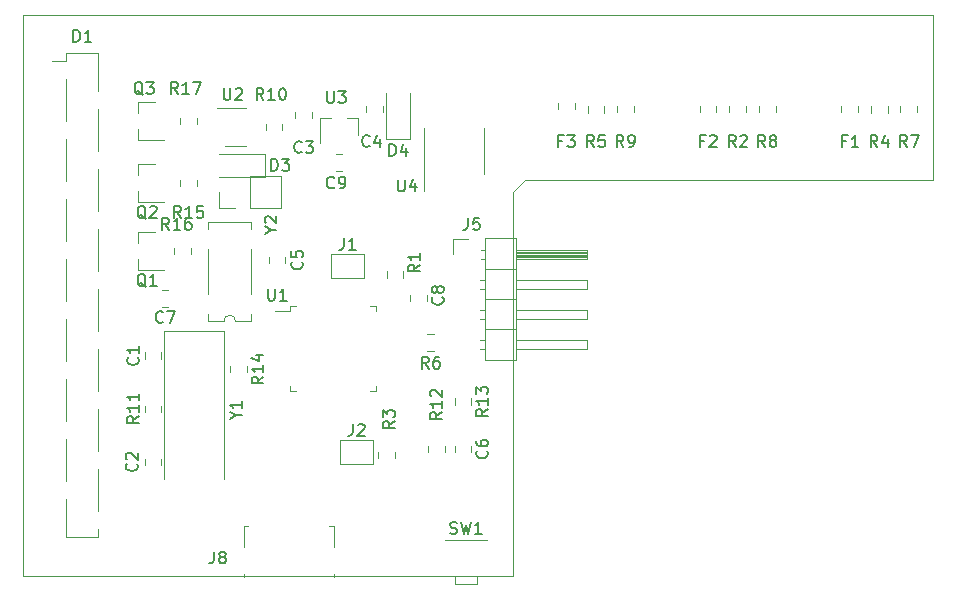
<source format=gbr>
G04 #@! TF.GenerationSoftware,KiCad,Pcbnew,(5.1.2)-2*
G04 #@! TF.CreationDate,2019-11-30T13:10:44+01:00*
G04 #@! TF.ProjectId,bikehub,62696b65-6875-4622-9e6b-696361645f70,rev?*
G04 #@! TF.SameCoordinates,Original*
G04 #@! TF.FileFunction,Legend,Top*
G04 #@! TF.FilePolarity,Positive*
%FSLAX46Y46*%
G04 Gerber Fmt 4.6, Leading zero omitted, Abs format (unit mm)*
G04 Created by KiCad (PCBNEW (5.1.2)-2) date 2019-11-30 13:10:44*
%MOMM*%
%LPD*%
G04 APERTURE LIST*
%ADD10C,0.050000*%
%ADD11C,0.120000*%
%ADD12C,0.150000*%
G04 APERTURE END LIST*
D10*
X125500000Y-52000000D02*
X48500000Y-52000000D01*
X125500000Y-66000000D02*
X125500000Y-52000000D01*
X91000000Y-66000000D02*
X125500000Y-66000000D01*
X90000000Y-67000000D02*
X91000000Y-66000000D01*
X90000000Y-99500000D02*
X90000000Y-67000000D01*
X48500000Y-99500000D02*
X90000000Y-99500000D01*
X48500000Y-52000000D02*
X48500000Y-99500000D01*
D11*
G04 #@! TO.C,SW1*
X87750000Y-99550000D02*
X84250000Y-99550000D01*
X84250000Y-96450000D02*
X87750000Y-96450000D01*
X85050000Y-100200000D02*
X85050000Y-99550000D01*
X86950000Y-100200000D02*
X85050000Y-100200000D01*
X86950000Y-99550000D02*
X86950000Y-100200000D01*
G04 #@! TO.C,U1*
X71140000Y-77090000D02*
X69850000Y-77090000D01*
X71140000Y-76640000D02*
X71140000Y-77090000D01*
X71590000Y-76640000D02*
X71140000Y-76640000D01*
X78360000Y-76640000D02*
X78360000Y-77090000D01*
X77910000Y-76640000D02*
X78360000Y-76640000D01*
X71140000Y-83860000D02*
X71140000Y-83410000D01*
X71590000Y-83860000D02*
X71140000Y-83860000D01*
X78360000Y-83860000D02*
X78360000Y-83410000D01*
X77910000Y-83860000D02*
X78360000Y-83860000D01*
G04 #@! TO.C,Y1*
X60450000Y-78750000D02*
X60450000Y-91350000D01*
X65550000Y-78750000D02*
X60450000Y-78750000D01*
X65550000Y-91350000D02*
X65550000Y-78750000D01*
G04 #@! TO.C,C2*
X58790000Y-89588748D02*
X58790000Y-90111252D01*
X60210000Y-89588748D02*
X60210000Y-90111252D01*
G04 #@! TO.C,J4*
X65130000Y-68330000D02*
X65130000Y-67000000D01*
X66460000Y-68330000D02*
X65130000Y-68330000D01*
X67730000Y-68330000D02*
X67730000Y-65670000D01*
X67730000Y-65670000D02*
X70330000Y-65670000D01*
X67730000Y-68330000D02*
X70330000Y-68330000D01*
X70330000Y-68330000D02*
X70330000Y-65670000D01*
G04 #@! TO.C,Y2*
X66500000Y-77950000D02*
G75*
G03X65500000Y-77950000I-500000J0D01*
G01*
X67800000Y-71850000D02*
X67800000Y-75650000D01*
X67800000Y-77950000D02*
X67800000Y-77350000D01*
X64200000Y-77950000D02*
X64200000Y-77350000D01*
X67800000Y-77950000D02*
X66500000Y-77950000D01*
X65500000Y-77950000D02*
X64200000Y-77950000D01*
X64200000Y-75650000D02*
X64200000Y-71850000D01*
X67800000Y-69550000D02*
X67800000Y-70150000D01*
X64200000Y-69550000D02*
X67800000Y-69550000D01*
X64200000Y-70150000D02*
X64200000Y-69550000D01*
G04 #@! TO.C,J2*
X75350000Y-88000000D02*
X78150000Y-88000000D01*
X78150000Y-88000000D02*
X78150000Y-90000000D01*
X78150000Y-90000000D02*
X75350000Y-90000000D01*
X75350000Y-90000000D02*
X75350000Y-88000000D01*
G04 #@! TO.C,J1*
X74600000Y-72250000D02*
X77400000Y-72250000D01*
X77400000Y-72250000D02*
X77400000Y-74250000D01*
X77400000Y-74250000D02*
X74600000Y-74250000D01*
X74600000Y-74250000D02*
X74600000Y-72250000D01*
G04 #@! TO.C,U4*
X82440000Y-63500000D02*
X82440000Y-66950000D01*
X82440000Y-63500000D02*
X82440000Y-61550000D01*
X87560000Y-63500000D02*
X87560000Y-65450000D01*
X87560000Y-63500000D02*
X87560000Y-61550000D01*
G04 #@! TO.C,U3*
X76830000Y-60740000D02*
X76830000Y-62200000D01*
X73670000Y-60740000D02*
X73670000Y-62900000D01*
X73670000Y-60740000D02*
X74600000Y-60740000D01*
X76830000Y-60740000D02*
X75900000Y-60740000D01*
G04 #@! TO.C,U2*
X67400000Y-59890000D02*
X64950000Y-59890000D01*
X65600000Y-63110000D02*
X67400000Y-63110000D01*
G04 #@! TO.C,R17*
X61790000Y-60738748D02*
X61790000Y-61261252D01*
X63210000Y-60738748D02*
X63210000Y-61261252D01*
G04 #@! TO.C,R16*
X61290000Y-71738748D02*
X61290000Y-72261252D01*
X62710000Y-71738748D02*
X62710000Y-72261252D01*
G04 #@! TO.C,R15*
X63210000Y-66511252D02*
X63210000Y-65988748D01*
X61790000Y-66511252D02*
X61790000Y-65988748D01*
G04 #@! TO.C,R14*
X66040000Y-81738748D02*
X66040000Y-82261252D01*
X67460000Y-81738748D02*
X67460000Y-82261252D01*
G04 #@! TO.C,R13*
X85040000Y-84488748D02*
X85040000Y-85011252D01*
X86460000Y-84488748D02*
X86460000Y-85011252D01*
G04 #@! TO.C,R12*
X84210000Y-89011252D02*
X84210000Y-88488748D01*
X82790000Y-89011252D02*
X82790000Y-88488748D01*
G04 #@! TO.C,R11*
X60210000Y-85611252D02*
X60210000Y-85088748D01*
X58790000Y-85611252D02*
X58790000Y-85088748D01*
G04 #@! TO.C,R10*
X70460000Y-61761252D02*
X70460000Y-61238748D01*
X69040000Y-61761252D02*
X69040000Y-61238748D01*
G04 #@! TO.C,R9*
X98790000Y-59738748D02*
X98790000Y-60261252D01*
X100210000Y-59738748D02*
X100210000Y-60261252D01*
G04 #@! TO.C,R8*
X110790000Y-59738748D02*
X110790000Y-60261252D01*
X112210000Y-59738748D02*
X112210000Y-60261252D01*
G04 #@! TO.C,R7*
X122790000Y-59738748D02*
X122790000Y-60261252D01*
X124210000Y-59738748D02*
X124210000Y-60261252D01*
G04 #@! TO.C,R6*
X82738748Y-80466000D02*
X83261252Y-80466000D01*
X82738748Y-79046000D02*
X83261252Y-79046000D01*
G04 #@! TO.C,R5*
X97710000Y-60286252D02*
X97710000Y-59763748D01*
X96290000Y-60286252D02*
X96290000Y-59763748D01*
G04 #@! TO.C,R4*
X121710000Y-60286252D02*
X121710000Y-59763748D01*
X120290000Y-60286252D02*
X120290000Y-59763748D01*
G04 #@! TO.C,R3*
X79960000Y-89511252D02*
X79960000Y-88988748D01*
X78540000Y-89511252D02*
X78540000Y-88988748D01*
G04 #@! TO.C,R2*
X109710000Y-60261252D02*
X109710000Y-59738748D01*
X108290000Y-60261252D02*
X108290000Y-59738748D01*
G04 #@! TO.C,R1*
X79290000Y-73738748D02*
X79290000Y-74261252D01*
X80710000Y-73738748D02*
X80710000Y-74261252D01*
G04 #@! TO.C,Q3*
X58240000Y-59420000D02*
X59700000Y-59420000D01*
X58240000Y-62580000D02*
X60400000Y-62580000D01*
X58240000Y-62580000D02*
X58240000Y-61650000D01*
X58240000Y-59420000D02*
X58240000Y-60350000D01*
G04 #@! TO.C,Q2*
X58240000Y-64670000D02*
X59700000Y-64670000D01*
X58240000Y-67830000D02*
X60400000Y-67830000D01*
X58240000Y-67830000D02*
X58240000Y-66900000D01*
X58240000Y-64670000D02*
X58240000Y-65600000D01*
G04 #@! TO.C,Q1*
X58240000Y-70420000D02*
X59700000Y-70420000D01*
X58240000Y-73580000D02*
X60400000Y-73580000D01*
X58240000Y-73580000D02*
X58240000Y-72650000D01*
X58240000Y-70420000D02*
X58240000Y-71350000D01*
G04 #@! TO.C,J8*
X67190000Y-99600000D02*
X67190000Y-99340000D01*
X67190000Y-97060000D02*
X67190000Y-95290000D01*
X67190000Y-95290000D02*
X67570000Y-95290000D01*
X74810000Y-95290000D02*
X74810000Y-97060000D01*
X74810000Y-99340000D02*
X74810000Y-99600000D01*
X74810000Y-95290000D02*
X74430000Y-95290000D01*
G04 #@! TO.C,J5*
X84899500Y-70993000D02*
X86169500Y-70993000D01*
X84899500Y-72263000D02*
X84899500Y-70993000D01*
X87212429Y-80263000D02*
X87609500Y-80263000D01*
X87212429Y-79503000D02*
X87609500Y-79503000D01*
X96269500Y-80263000D02*
X90269500Y-80263000D01*
X96269500Y-79503000D02*
X96269500Y-80263000D01*
X90269500Y-79503000D02*
X96269500Y-79503000D01*
X87609500Y-78613000D02*
X90269500Y-78613000D01*
X87212429Y-77723000D02*
X87609500Y-77723000D01*
X87212429Y-76963000D02*
X87609500Y-76963000D01*
X96269500Y-77723000D02*
X90269500Y-77723000D01*
X96269500Y-76963000D02*
X96269500Y-77723000D01*
X90269500Y-76963000D02*
X96269500Y-76963000D01*
X87609500Y-76073000D02*
X90269500Y-76073000D01*
X87212429Y-75183000D02*
X87609500Y-75183000D01*
X87212429Y-74423000D02*
X87609500Y-74423000D01*
X96269500Y-75183000D02*
X90269500Y-75183000D01*
X96269500Y-74423000D02*
X96269500Y-75183000D01*
X90269500Y-74423000D02*
X96269500Y-74423000D01*
X87609500Y-73533000D02*
X90269500Y-73533000D01*
X87279500Y-72643000D02*
X87609500Y-72643000D01*
X87279500Y-71883000D02*
X87609500Y-71883000D01*
X90269500Y-72543000D02*
X96269500Y-72543000D01*
X90269500Y-72423000D02*
X96269500Y-72423000D01*
X90269500Y-72303000D02*
X96269500Y-72303000D01*
X90269500Y-72183000D02*
X96269500Y-72183000D01*
X90269500Y-72063000D02*
X96269500Y-72063000D01*
X90269500Y-71943000D02*
X96269500Y-71943000D01*
X96269500Y-72643000D02*
X90269500Y-72643000D01*
X96269500Y-71883000D02*
X96269500Y-72643000D01*
X90269500Y-71883000D02*
X96269500Y-71883000D01*
X90269500Y-70933000D02*
X87609500Y-70933000D01*
X90269500Y-81213000D02*
X90269500Y-70933000D01*
X87609500Y-81213000D02*
X90269500Y-81213000D01*
X87609500Y-70933000D02*
X87609500Y-81213000D01*
G04 #@! TO.C,F3*
X93788130Y-59491422D02*
X93788130Y-60008578D01*
X95208130Y-59491422D02*
X95208130Y-60008578D01*
G04 #@! TO.C,F2*
X105790000Y-59741422D02*
X105790000Y-60258578D01*
X107210000Y-59741422D02*
X107210000Y-60258578D01*
G04 #@! TO.C,F1*
X117790000Y-59741422D02*
X117790000Y-60258578D01*
X119210000Y-59741422D02*
X119210000Y-60258578D01*
G04 #@! TO.C,D4*
X79250000Y-62500000D02*
X79250000Y-58600000D01*
X81250000Y-62500000D02*
X81250000Y-58600000D01*
X79250000Y-62500000D02*
X81250000Y-62500000D01*
G04 #@! TO.C,D3*
X69000000Y-65750000D02*
X65100000Y-65750000D01*
X69000000Y-63750000D02*
X65100000Y-63750000D01*
X69000000Y-65750000D02*
X69000000Y-63750000D01*
G04 #@! TO.C,D1*
X50960000Y-55940000D02*
X52170000Y-55940000D01*
X52170000Y-93020000D02*
X52170000Y-96230000D01*
X52170000Y-87940000D02*
X52170000Y-91500000D01*
X52170000Y-82860000D02*
X52170000Y-86420000D01*
X52170000Y-77780000D02*
X52170000Y-81340000D01*
X52170000Y-72700000D02*
X52170000Y-76260000D01*
X52170000Y-67620000D02*
X52170000Y-71180000D01*
X52170000Y-62540000D02*
X52170000Y-66100000D01*
X52170000Y-57460000D02*
X52170000Y-61020000D01*
X52170000Y-55270000D02*
X52170000Y-55940000D01*
X52170000Y-96230000D02*
X54830000Y-96230000D01*
X54830000Y-95560000D02*
X54830000Y-96230000D01*
X54830000Y-90480000D02*
X54830000Y-94040000D01*
X54830000Y-85400000D02*
X54830000Y-88960000D01*
X54830000Y-80320000D02*
X54830000Y-83880000D01*
X54830000Y-75240000D02*
X54830000Y-78800000D01*
X54830000Y-70160000D02*
X54830000Y-73720000D01*
X54830000Y-65080000D02*
X54830000Y-68640000D01*
X54830000Y-60000000D02*
X54830000Y-63560000D01*
X54830000Y-55270000D02*
X54830000Y-58480000D01*
X52170000Y-55270000D02*
X54830000Y-55270000D01*
G04 #@! TO.C,C9*
X75511252Y-63790000D02*
X74988748Y-63790000D01*
X75511252Y-65210000D02*
X74988748Y-65210000D01*
G04 #@! TO.C,C8*
X81290000Y-75738748D02*
X81290000Y-76261252D01*
X82710000Y-75738748D02*
X82710000Y-76261252D01*
G04 #@! TO.C,C7*
X60761252Y-75290000D02*
X60238748Y-75290000D01*
X60761252Y-76710000D02*
X60238748Y-76710000D01*
G04 #@! TO.C,C6*
X85040000Y-88488748D02*
X85040000Y-89011252D01*
X86460000Y-88488748D02*
X86460000Y-89011252D01*
G04 #@! TO.C,C5*
X70710000Y-73011252D02*
X70710000Y-72488748D01*
X69290000Y-73011252D02*
X69290000Y-72488748D01*
G04 #@! TO.C,C4*
X78960000Y-60261252D02*
X78960000Y-59738748D01*
X77540000Y-60261252D02*
X77540000Y-59738748D01*
G04 #@! TO.C,C3*
X71540000Y-60213748D02*
X71540000Y-60736252D01*
X72960000Y-60213748D02*
X72960000Y-60736252D01*
G04 #@! TO.C,C1*
X60210000Y-81111252D02*
X60210000Y-80588748D01*
X58790000Y-81111252D02*
X58790000Y-80588748D01*
G04 #@! TD*
G04 #@! TO.C,SW1*
D12*
X84666666Y-95904761D02*
X84809523Y-95952380D01*
X85047619Y-95952380D01*
X85142857Y-95904761D01*
X85190476Y-95857142D01*
X85238095Y-95761904D01*
X85238095Y-95666666D01*
X85190476Y-95571428D01*
X85142857Y-95523809D01*
X85047619Y-95476190D01*
X84857142Y-95428571D01*
X84761904Y-95380952D01*
X84714285Y-95333333D01*
X84666666Y-95238095D01*
X84666666Y-95142857D01*
X84714285Y-95047619D01*
X84761904Y-95000000D01*
X84857142Y-94952380D01*
X85095238Y-94952380D01*
X85238095Y-95000000D01*
X85571428Y-94952380D02*
X85809523Y-95952380D01*
X86000000Y-95238095D01*
X86190476Y-95952380D01*
X86428571Y-94952380D01*
X87333333Y-95952380D02*
X86761904Y-95952380D01*
X87047619Y-95952380D02*
X87047619Y-94952380D01*
X86952380Y-95095238D01*
X86857142Y-95190476D01*
X86761904Y-95238095D01*
G04 #@! TO.C,U1*
X69238095Y-75202380D02*
X69238095Y-76011904D01*
X69285714Y-76107142D01*
X69333333Y-76154761D01*
X69428571Y-76202380D01*
X69619047Y-76202380D01*
X69714285Y-76154761D01*
X69761904Y-76107142D01*
X69809523Y-76011904D01*
X69809523Y-75202380D01*
X70809523Y-76202380D02*
X70238095Y-76202380D01*
X70523809Y-76202380D02*
X70523809Y-75202380D01*
X70428571Y-75345238D01*
X70333333Y-75440476D01*
X70238095Y-75488095D01*
G04 #@! TO.C,Y1*
X66526190Y-85926190D02*
X67002380Y-85926190D01*
X66002380Y-86259523D02*
X66526190Y-85926190D01*
X66002380Y-85592857D01*
X67002380Y-84735714D02*
X67002380Y-85307142D01*
X67002380Y-85021428D02*
X66002380Y-85021428D01*
X66145238Y-85116666D01*
X66240476Y-85211904D01*
X66288095Y-85307142D01*
G04 #@! TO.C,C2*
X58107142Y-90016666D02*
X58154761Y-90064285D01*
X58202380Y-90207142D01*
X58202380Y-90302380D01*
X58154761Y-90445238D01*
X58059523Y-90540476D01*
X57964285Y-90588095D01*
X57773809Y-90635714D01*
X57630952Y-90635714D01*
X57440476Y-90588095D01*
X57345238Y-90540476D01*
X57250000Y-90445238D01*
X57202380Y-90302380D01*
X57202380Y-90207142D01*
X57250000Y-90064285D01*
X57297619Y-90016666D01*
X57297619Y-89635714D02*
X57250000Y-89588095D01*
X57202380Y-89492857D01*
X57202380Y-89254761D01*
X57250000Y-89159523D01*
X57297619Y-89111904D01*
X57392857Y-89064285D01*
X57488095Y-89064285D01*
X57630952Y-89111904D01*
X58202380Y-89683333D01*
X58202380Y-89064285D01*
G04 #@! TO.C,Y2*
X69476190Y-70226190D02*
X69952380Y-70226190D01*
X68952380Y-70559523D02*
X69476190Y-70226190D01*
X68952380Y-69892857D01*
X69047619Y-69607142D02*
X69000000Y-69559523D01*
X68952380Y-69464285D01*
X68952380Y-69226190D01*
X69000000Y-69130952D01*
X69047619Y-69083333D01*
X69142857Y-69035714D01*
X69238095Y-69035714D01*
X69380952Y-69083333D01*
X69952380Y-69654761D01*
X69952380Y-69035714D01*
G04 #@! TO.C,J2*
X76416666Y-86652380D02*
X76416666Y-87366666D01*
X76369047Y-87509523D01*
X76273809Y-87604761D01*
X76130952Y-87652380D01*
X76035714Y-87652380D01*
X76845238Y-86747619D02*
X76892857Y-86700000D01*
X76988095Y-86652380D01*
X77226190Y-86652380D01*
X77321428Y-86700000D01*
X77369047Y-86747619D01*
X77416666Y-86842857D01*
X77416666Y-86938095D01*
X77369047Y-87080952D01*
X76797619Y-87652380D01*
X77416666Y-87652380D01*
G04 #@! TO.C,J1*
X75666666Y-70902380D02*
X75666666Y-71616666D01*
X75619047Y-71759523D01*
X75523809Y-71854761D01*
X75380952Y-71902380D01*
X75285714Y-71902380D01*
X76666666Y-71902380D02*
X76095238Y-71902380D01*
X76380952Y-71902380D02*
X76380952Y-70902380D01*
X76285714Y-71045238D01*
X76190476Y-71140476D01*
X76095238Y-71188095D01*
G04 #@! TO.C,U4*
X80238095Y-65952380D02*
X80238095Y-66761904D01*
X80285714Y-66857142D01*
X80333333Y-66904761D01*
X80428571Y-66952380D01*
X80619047Y-66952380D01*
X80714285Y-66904761D01*
X80761904Y-66857142D01*
X80809523Y-66761904D01*
X80809523Y-65952380D01*
X81714285Y-66285714D02*
X81714285Y-66952380D01*
X81476190Y-65904761D02*
X81238095Y-66619047D01*
X81857142Y-66619047D01*
G04 #@! TO.C,U3*
X74238095Y-58452380D02*
X74238095Y-59261904D01*
X74285714Y-59357142D01*
X74333333Y-59404761D01*
X74428571Y-59452380D01*
X74619047Y-59452380D01*
X74714285Y-59404761D01*
X74761904Y-59357142D01*
X74809523Y-59261904D01*
X74809523Y-58452380D01*
X75190476Y-58452380D02*
X75809523Y-58452380D01*
X75476190Y-58833333D01*
X75619047Y-58833333D01*
X75714285Y-58880952D01*
X75761904Y-58928571D01*
X75809523Y-59023809D01*
X75809523Y-59261904D01*
X75761904Y-59357142D01*
X75714285Y-59404761D01*
X75619047Y-59452380D01*
X75333333Y-59452380D01*
X75238095Y-59404761D01*
X75190476Y-59357142D01*
G04 #@! TO.C,U2*
X65488095Y-58202380D02*
X65488095Y-59011904D01*
X65535714Y-59107142D01*
X65583333Y-59154761D01*
X65678571Y-59202380D01*
X65869047Y-59202380D01*
X65964285Y-59154761D01*
X66011904Y-59107142D01*
X66059523Y-59011904D01*
X66059523Y-58202380D01*
X66488095Y-58297619D02*
X66535714Y-58250000D01*
X66630952Y-58202380D01*
X66869047Y-58202380D01*
X66964285Y-58250000D01*
X67011904Y-58297619D01*
X67059523Y-58392857D01*
X67059523Y-58488095D01*
X67011904Y-58630952D01*
X66440476Y-59202380D01*
X67059523Y-59202380D01*
G04 #@! TO.C,R17*
X61607142Y-58702380D02*
X61273809Y-58226190D01*
X61035714Y-58702380D02*
X61035714Y-57702380D01*
X61416666Y-57702380D01*
X61511904Y-57750000D01*
X61559523Y-57797619D01*
X61607142Y-57892857D01*
X61607142Y-58035714D01*
X61559523Y-58130952D01*
X61511904Y-58178571D01*
X61416666Y-58226190D01*
X61035714Y-58226190D01*
X62559523Y-58702380D02*
X61988095Y-58702380D01*
X62273809Y-58702380D02*
X62273809Y-57702380D01*
X62178571Y-57845238D01*
X62083333Y-57940476D01*
X61988095Y-57988095D01*
X62892857Y-57702380D02*
X63559523Y-57702380D01*
X63130952Y-58702380D01*
G04 #@! TO.C,R16*
X60857142Y-70202380D02*
X60523809Y-69726190D01*
X60285714Y-70202380D02*
X60285714Y-69202380D01*
X60666666Y-69202380D01*
X60761904Y-69250000D01*
X60809523Y-69297619D01*
X60857142Y-69392857D01*
X60857142Y-69535714D01*
X60809523Y-69630952D01*
X60761904Y-69678571D01*
X60666666Y-69726190D01*
X60285714Y-69726190D01*
X61809523Y-70202380D02*
X61238095Y-70202380D01*
X61523809Y-70202380D02*
X61523809Y-69202380D01*
X61428571Y-69345238D01*
X61333333Y-69440476D01*
X61238095Y-69488095D01*
X62666666Y-69202380D02*
X62476190Y-69202380D01*
X62380952Y-69250000D01*
X62333333Y-69297619D01*
X62238095Y-69440476D01*
X62190476Y-69630952D01*
X62190476Y-70011904D01*
X62238095Y-70107142D01*
X62285714Y-70154761D01*
X62380952Y-70202380D01*
X62571428Y-70202380D01*
X62666666Y-70154761D01*
X62714285Y-70107142D01*
X62761904Y-70011904D01*
X62761904Y-69773809D01*
X62714285Y-69678571D01*
X62666666Y-69630952D01*
X62571428Y-69583333D01*
X62380952Y-69583333D01*
X62285714Y-69630952D01*
X62238095Y-69678571D01*
X62190476Y-69773809D01*
G04 #@! TO.C,R15*
X61857142Y-69202380D02*
X61523809Y-68726190D01*
X61285714Y-69202380D02*
X61285714Y-68202380D01*
X61666666Y-68202380D01*
X61761904Y-68250000D01*
X61809523Y-68297619D01*
X61857142Y-68392857D01*
X61857142Y-68535714D01*
X61809523Y-68630952D01*
X61761904Y-68678571D01*
X61666666Y-68726190D01*
X61285714Y-68726190D01*
X62809523Y-69202380D02*
X62238095Y-69202380D01*
X62523809Y-69202380D02*
X62523809Y-68202380D01*
X62428571Y-68345238D01*
X62333333Y-68440476D01*
X62238095Y-68488095D01*
X63714285Y-68202380D02*
X63238095Y-68202380D01*
X63190476Y-68678571D01*
X63238095Y-68630952D01*
X63333333Y-68583333D01*
X63571428Y-68583333D01*
X63666666Y-68630952D01*
X63714285Y-68678571D01*
X63761904Y-68773809D01*
X63761904Y-69011904D01*
X63714285Y-69107142D01*
X63666666Y-69154761D01*
X63571428Y-69202380D01*
X63333333Y-69202380D01*
X63238095Y-69154761D01*
X63190476Y-69107142D01*
G04 #@! TO.C,R14*
X68852380Y-82642857D02*
X68376190Y-82976190D01*
X68852380Y-83214285D02*
X67852380Y-83214285D01*
X67852380Y-82833333D01*
X67900000Y-82738095D01*
X67947619Y-82690476D01*
X68042857Y-82642857D01*
X68185714Y-82642857D01*
X68280952Y-82690476D01*
X68328571Y-82738095D01*
X68376190Y-82833333D01*
X68376190Y-83214285D01*
X68852380Y-81690476D02*
X68852380Y-82261904D01*
X68852380Y-81976190D02*
X67852380Y-81976190D01*
X67995238Y-82071428D01*
X68090476Y-82166666D01*
X68138095Y-82261904D01*
X68185714Y-80833333D02*
X68852380Y-80833333D01*
X67804761Y-81071428D02*
X68519047Y-81309523D01*
X68519047Y-80690476D01*
G04 #@! TO.C,R13*
X87852380Y-85392857D02*
X87376190Y-85726190D01*
X87852380Y-85964285D02*
X86852380Y-85964285D01*
X86852380Y-85583333D01*
X86900000Y-85488095D01*
X86947619Y-85440476D01*
X87042857Y-85392857D01*
X87185714Y-85392857D01*
X87280952Y-85440476D01*
X87328571Y-85488095D01*
X87376190Y-85583333D01*
X87376190Y-85964285D01*
X87852380Y-84440476D02*
X87852380Y-85011904D01*
X87852380Y-84726190D02*
X86852380Y-84726190D01*
X86995238Y-84821428D01*
X87090476Y-84916666D01*
X87138095Y-85011904D01*
X86852380Y-84107142D02*
X86852380Y-83488095D01*
X87233333Y-83821428D01*
X87233333Y-83678571D01*
X87280952Y-83583333D01*
X87328571Y-83535714D01*
X87423809Y-83488095D01*
X87661904Y-83488095D01*
X87757142Y-83535714D01*
X87804761Y-83583333D01*
X87852380Y-83678571D01*
X87852380Y-83964285D01*
X87804761Y-84059523D01*
X87757142Y-84107142D01*
G04 #@! TO.C,R12*
X83952380Y-85642857D02*
X83476190Y-85976190D01*
X83952380Y-86214285D02*
X82952380Y-86214285D01*
X82952380Y-85833333D01*
X83000000Y-85738095D01*
X83047619Y-85690476D01*
X83142857Y-85642857D01*
X83285714Y-85642857D01*
X83380952Y-85690476D01*
X83428571Y-85738095D01*
X83476190Y-85833333D01*
X83476190Y-86214285D01*
X83952380Y-84690476D02*
X83952380Y-85261904D01*
X83952380Y-84976190D02*
X82952380Y-84976190D01*
X83095238Y-85071428D01*
X83190476Y-85166666D01*
X83238095Y-85261904D01*
X83047619Y-84309523D02*
X83000000Y-84261904D01*
X82952380Y-84166666D01*
X82952380Y-83928571D01*
X83000000Y-83833333D01*
X83047619Y-83785714D01*
X83142857Y-83738095D01*
X83238095Y-83738095D01*
X83380952Y-83785714D01*
X83952380Y-84357142D01*
X83952380Y-83738095D01*
G04 #@! TO.C,R11*
X58302380Y-85992857D02*
X57826190Y-86326190D01*
X58302380Y-86564285D02*
X57302380Y-86564285D01*
X57302380Y-86183333D01*
X57350000Y-86088095D01*
X57397619Y-86040476D01*
X57492857Y-85992857D01*
X57635714Y-85992857D01*
X57730952Y-86040476D01*
X57778571Y-86088095D01*
X57826190Y-86183333D01*
X57826190Y-86564285D01*
X58302380Y-85040476D02*
X58302380Y-85611904D01*
X58302380Y-85326190D02*
X57302380Y-85326190D01*
X57445238Y-85421428D01*
X57540476Y-85516666D01*
X57588095Y-85611904D01*
X58302380Y-84088095D02*
X58302380Y-84659523D01*
X58302380Y-84373809D02*
X57302380Y-84373809D01*
X57445238Y-84469047D01*
X57540476Y-84564285D01*
X57588095Y-84659523D01*
G04 #@! TO.C,R10*
X68857142Y-59202380D02*
X68523809Y-58726190D01*
X68285714Y-59202380D02*
X68285714Y-58202380D01*
X68666666Y-58202380D01*
X68761904Y-58250000D01*
X68809523Y-58297619D01*
X68857142Y-58392857D01*
X68857142Y-58535714D01*
X68809523Y-58630952D01*
X68761904Y-58678571D01*
X68666666Y-58726190D01*
X68285714Y-58726190D01*
X69809523Y-59202380D02*
X69238095Y-59202380D01*
X69523809Y-59202380D02*
X69523809Y-58202380D01*
X69428571Y-58345238D01*
X69333333Y-58440476D01*
X69238095Y-58488095D01*
X70428571Y-58202380D02*
X70523809Y-58202380D01*
X70619047Y-58250000D01*
X70666666Y-58297619D01*
X70714285Y-58392857D01*
X70761904Y-58583333D01*
X70761904Y-58821428D01*
X70714285Y-59011904D01*
X70666666Y-59107142D01*
X70619047Y-59154761D01*
X70523809Y-59202380D01*
X70428571Y-59202380D01*
X70333333Y-59154761D01*
X70285714Y-59107142D01*
X70238095Y-59011904D01*
X70190476Y-58821428D01*
X70190476Y-58583333D01*
X70238095Y-58392857D01*
X70285714Y-58297619D01*
X70333333Y-58250000D01*
X70428571Y-58202380D01*
G04 #@! TO.C,R9*
X99333333Y-63202380D02*
X99000000Y-62726190D01*
X98761904Y-63202380D02*
X98761904Y-62202380D01*
X99142857Y-62202380D01*
X99238095Y-62250000D01*
X99285714Y-62297619D01*
X99333333Y-62392857D01*
X99333333Y-62535714D01*
X99285714Y-62630952D01*
X99238095Y-62678571D01*
X99142857Y-62726190D01*
X98761904Y-62726190D01*
X99809523Y-63202380D02*
X100000000Y-63202380D01*
X100095238Y-63154761D01*
X100142857Y-63107142D01*
X100238095Y-62964285D01*
X100285714Y-62773809D01*
X100285714Y-62392857D01*
X100238095Y-62297619D01*
X100190476Y-62250000D01*
X100095238Y-62202380D01*
X99904761Y-62202380D01*
X99809523Y-62250000D01*
X99761904Y-62297619D01*
X99714285Y-62392857D01*
X99714285Y-62630952D01*
X99761904Y-62726190D01*
X99809523Y-62773809D01*
X99904761Y-62821428D01*
X100095238Y-62821428D01*
X100190476Y-62773809D01*
X100238095Y-62726190D01*
X100285714Y-62630952D01*
G04 #@! TO.C,R8*
X111333333Y-63202380D02*
X111000000Y-62726190D01*
X110761904Y-63202380D02*
X110761904Y-62202380D01*
X111142857Y-62202380D01*
X111238095Y-62250000D01*
X111285714Y-62297619D01*
X111333333Y-62392857D01*
X111333333Y-62535714D01*
X111285714Y-62630952D01*
X111238095Y-62678571D01*
X111142857Y-62726190D01*
X110761904Y-62726190D01*
X111904761Y-62630952D02*
X111809523Y-62583333D01*
X111761904Y-62535714D01*
X111714285Y-62440476D01*
X111714285Y-62392857D01*
X111761904Y-62297619D01*
X111809523Y-62250000D01*
X111904761Y-62202380D01*
X112095238Y-62202380D01*
X112190476Y-62250000D01*
X112238095Y-62297619D01*
X112285714Y-62392857D01*
X112285714Y-62440476D01*
X112238095Y-62535714D01*
X112190476Y-62583333D01*
X112095238Y-62630952D01*
X111904761Y-62630952D01*
X111809523Y-62678571D01*
X111761904Y-62726190D01*
X111714285Y-62821428D01*
X111714285Y-63011904D01*
X111761904Y-63107142D01*
X111809523Y-63154761D01*
X111904761Y-63202380D01*
X112095238Y-63202380D01*
X112190476Y-63154761D01*
X112238095Y-63107142D01*
X112285714Y-63011904D01*
X112285714Y-62821428D01*
X112238095Y-62726190D01*
X112190476Y-62678571D01*
X112095238Y-62630952D01*
G04 #@! TO.C,R7*
X123333333Y-63202380D02*
X123000000Y-62726190D01*
X122761904Y-63202380D02*
X122761904Y-62202380D01*
X123142857Y-62202380D01*
X123238095Y-62250000D01*
X123285714Y-62297619D01*
X123333333Y-62392857D01*
X123333333Y-62535714D01*
X123285714Y-62630952D01*
X123238095Y-62678571D01*
X123142857Y-62726190D01*
X122761904Y-62726190D01*
X123666666Y-62202380D02*
X124333333Y-62202380D01*
X123904761Y-63202380D01*
G04 #@! TO.C,R6*
X82833333Y-81952380D02*
X82500000Y-81476190D01*
X82261904Y-81952380D02*
X82261904Y-80952380D01*
X82642857Y-80952380D01*
X82738095Y-81000000D01*
X82785714Y-81047619D01*
X82833333Y-81142857D01*
X82833333Y-81285714D01*
X82785714Y-81380952D01*
X82738095Y-81428571D01*
X82642857Y-81476190D01*
X82261904Y-81476190D01*
X83690476Y-80952380D02*
X83500000Y-80952380D01*
X83404761Y-81000000D01*
X83357142Y-81047619D01*
X83261904Y-81190476D01*
X83214285Y-81380952D01*
X83214285Y-81761904D01*
X83261904Y-81857142D01*
X83309523Y-81904761D01*
X83404761Y-81952380D01*
X83595238Y-81952380D01*
X83690476Y-81904761D01*
X83738095Y-81857142D01*
X83785714Y-81761904D01*
X83785714Y-81523809D01*
X83738095Y-81428571D01*
X83690476Y-81380952D01*
X83595238Y-81333333D01*
X83404761Y-81333333D01*
X83309523Y-81380952D01*
X83261904Y-81428571D01*
X83214285Y-81523809D01*
G04 #@! TO.C,R5*
X96833333Y-63202380D02*
X96500000Y-62726190D01*
X96261904Y-63202380D02*
X96261904Y-62202380D01*
X96642857Y-62202380D01*
X96738095Y-62250000D01*
X96785714Y-62297619D01*
X96833333Y-62392857D01*
X96833333Y-62535714D01*
X96785714Y-62630952D01*
X96738095Y-62678571D01*
X96642857Y-62726190D01*
X96261904Y-62726190D01*
X97738095Y-62202380D02*
X97261904Y-62202380D01*
X97214285Y-62678571D01*
X97261904Y-62630952D01*
X97357142Y-62583333D01*
X97595238Y-62583333D01*
X97690476Y-62630952D01*
X97738095Y-62678571D01*
X97785714Y-62773809D01*
X97785714Y-63011904D01*
X97738095Y-63107142D01*
X97690476Y-63154761D01*
X97595238Y-63202380D01*
X97357142Y-63202380D01*
X97261904Y-63154761D01*
X97214285Y-63107142D01*
G04 #@! TO.C,R4*
X120833333Y-63202380D02*
X120500000Y-62726190D01*
X120261904Y-63202380D02*
X120261904Y-62202380D01*
X120642857Y-62202380D01*
X120738095Y-62250000D01*
X120785714Y-62297619D01*
X120833333Y-62392857D01*
X120833333Y-62535714D01*
X120785714Y-62630952D01*
X120738095Y-62678571D01*
X120642857Y-62726190D01*
X120261904Y-62726190D01*
X121690476Y-62535714D02*
X121690476Y-63202380D01*
X121452380Y-62154761D02*
X121214285Y-62869047D01*
X121833333Y-62869047D01*
G04 #@! TO.C,R3*
X79952380Y-86416666D02*
X79476190Y-86750000D01*
X79952380Y-86988095D02*
X78952380Y-86988095D01*
X78952380Y-86607142D01*
X79000000Y-86511904D01*
X79047619Y-86464285D01*
X79142857Y-86416666D01*
X79285714Y-86416666D01*
X79380952Y-86464285D01*
X79428571Y-86511904D01*
X79476190Y-86607142D01*
X79476190Y-86988095D01*
X78952380Y-86083333D02*
X78952380Y-85464285D01*
X79333333Y-85797619D01*
X79333333Y-85654761D01*
X79380952Y-85559523D01*
X79428571Y-85511904D01*
X79523809Y-85464285D01*
X79761904Y-85464285D01*
X79857142Y-85511904D01*
X79904761Y-85559523D01*
X79952380Y-85654761D01*
X79952380Y-85940476D01*
X79904761Y-86035714D01*
X79857142Y-86083333D01*
G04 #@! TO.C,R2*
X108833333Y-63202380D02*
X108500000Y-62726190D01*
X108261904Y-63202380D02*
X108261904Y-62202380D01*
X108642857Y-62202380D01*
X108738095Y-62250000D01*
X108785714Y-62297619D01*
X108833333Y-62392857D01*
X108833333Y-62535714D01*
X108785714Y-62630952D01*
X108738095Y-62678571D01*
X108642857Y-62726190D01*
X108261904Y-62726190D01*
X109214285Y-62297619D02*
X109261904Y-62250000D01*
X109357142Y-62202380D01*
X109595238Y-62202380D01*
X109690476Y-62250000D01*
X109738095Y-62297619D01*
X109785714Y-62392857D01*
X109785714Y-62488095D01*
X109738095Y-62630952D01*
X109166666Y-63202380D01*
X109785714Y-63202380D01*
G04 #@! TO.C,R1*
X82102380Y-73166666D02*
X81626190Y-73500000D01*
X82102380Y-73738095D02*
X81102380Y-73738095D01*
X81102380Y-73357142D01*
X81150000Y-73261904D01*
X81197619Y-73214285D01*
X81292857Y-73166666D01*
X81435714Y-73166666D01*
X81530952Y-73214285D01*
X81578571Y-73261904D01*
X81626190Y-73357142D01*
X81626190Y-73738095D01*
X82102380Y-72214285D02*
X82102380Y-72785714D01*
X82102380Y-72500000D02*
X81102380Y-72500000D01*
X81245238Y-72595238D01*
X81340476Y-72690476D01*
X81388095Y-72785714D01*
G04 #@! TO.C,Q3*
X58654761Y-58797619D02*
X58559523Y-58750000D01*
X58464285Y-58654761D01*
X58321428Y-58511904D01*
X58226190Y-58464285D01*
X58130952Y-58464285D01*
X58178571Y-58702380D02*
X58083333Y-58654761D01*
X57988095Y-58559523D01*
X57940476Y-58369047D01*
X57940476Y-58035714D01*
X57988095Y-57845238D01*
X58083333Y-57750000D01*
X58178571Y-57702380D01*
X58369047Y-57702380D01*
X58464285Y-57750000D01*
X58559523Y-57845238D01*
X58607142Y-58035714D01*
X58607142Y-58369047D01*
X58559523Y-58559523D01*
X58464285Y-58654761D01*
X58369047Y-58702380D01*
X58178571Y-58702380D01*
X58940476Y-57702380D02*
X59559523Y-57702380D01*
X59226190Y-58083333D01*
X59369047Y-58083333D01*
X59464285Y-58130952D01*
X59511904Y-58178571D01*
X59559523Y-58273809D01*
X59559523Y-58511904D01*
X59511904Y-58607142D01*
X59464285Y-58654761D01*
X59369047Y-58702380D01*
X59083333Y-58702380D01*
X58988095Y-58654761D01*
X58940476Y-58607142D01*
G04 #@! TO.C,Q2*
X58904761Y-69297619D02*
X58809523Y-69250000D01*
X58714285Y-69154761D01*
X58571428Y-69011904D01*
X58476190Y-68964285D01*
X58380952Y-68964285D01*
X58428571Y-69202380D02*
X58333333Y-69154761D01*
X58238095Y-69059523D01*
X58190476Y-68869047D01*
X58190476Y-68535714D01*
X58238095Y-68345238D01*
X58333333Y-68250000D01*
X58428571Y-68202380D01*
X58619047Y-68202380D01*
X58714285Y-68250000D01*
X58809523Y-68345238D01*
X58857142Y-68535714D01*
X58857142Y-68869047D01*
X58809523Y-69059523D01*
X58714285Y-69154761D01*
X58619047Y-69202380D01*
X58428571Y-69202380D01*
X59238095Y-68297619D02*
X59285714Y-68250000D01*
X59380952Y-68202380D01*
X59619047Y-68202380D01*
X59714285Y-68250000D01*
X59761904Y-68297619D01*
X59809523Y-68392857D01*
X59809523Y-68488095D01*
X59761904Y-68630952D01*
X59190476Y-69202380D01*
X59809523Y-69202380D01*
G04 #@! TO.C,Q1*
X58904761Y-75047619D02*
X58809523Y-75000000D01*
X58714285Y-74904761D01*
X58571428Y-74761904D01*
X58476190Y-74714285D01*
X58380952Y-74714285D01*
X58428571Y-74952380D02*
X58333333Y-74904761D01*
X58238095Y-74809523D01*
X58190476Y-74619047D01*
X58190476Y-74285714D01*
X58238095Y-74095238D01*
X58333333Y-74000000D01*
X58428571Y-73952380D01*
X58619047Y-73952380D01*
X58714285Y-74000000D01*
X58809523Y-74095238D01*
X58857142Y-74285714D01*
X58857142Y-74619047D01*
X58809523Y-74809523D01*
X58714285Y-74904761D01*
X58619047Y-74952380D01*
X58428571Y-74952380D01*
X59809523Y-74952380D02*
X59238095Y-74952380D01*
X59523809Y-74952380D02*
X59523809Y-73952380D01*
X59428571Y-74095238D01*
X59333333Y-74190476D01*
X59238095Y-74238095D01*
G04 #@! TO.C,J8*
X64666666Y-97452380D02*
X64666666Y-98166666D01*
X64619047Y-98309523D01*
X64523809Y-98404761D01*
X64380952Y-98452380D01*
X64285714Y-98452380D01*
X65285714Y-97880952D02*
X65190476Y-97833333D01*
X65142857Y-97785714D01*
X65095238Y-97690476D01*
X65095238Y-97642857D01*
X65142857Y-97547619D01*
X65190476Y-97500000D01*
X65285714Y-97452380D01*
X65476190Y-97452380D01*
X65571428Y-97500000D01*
X65619047Y-97547619D01*
X65666666Y-97642857D01*
X65666666Y-97690476D01*
X65619047Y-97785714D01*
X65571428Y-97833333D01*
X65476190Y-97880952D01*
X65285714Y-97880952D01*
X65190476Y-97928571D01*
X65142857Y-97976190D01*
X65095238Y-98071428D01*
X65095238Y-98261904D01*
X65142857Y-98357142D01*
X65190476Y-98404761D01*
X65285714Y-98452380D01*
X65476190Y-98452380D01*
X65571428Y-98404761D01*
X65619047Y-98357142D01*
X65666666Y-98261904D01*
X65666666Y-98071428D01*
X65619047Y-97976190D01*
X65571428Y-97928571D01*
X65476190Y-97880952D01*
G04 #@! TO.C,J5*
X86166666Y-69202380D02*
X86166666Y-69916666D01*
X86119047Y-70059523D01*
X86023809Y-70154761D01*
X85880952Y-70202380D01*
X85785714Y-70202380D01*
X87119047Y-69202380D02*
X86642857Y-69202380D01*
X86595238Y-69678571D01*
X86642857Y-69630952D01*
X86738095Y-69583333D01*
X86976190Y-69583333D01*
X87071428Y-69630952D01*
X87119047Y-69678571D01*
X87166666Y-69773809D01*
X87166666Y-70011904D01*
X87119047Y-70107142D01*
X87071428Y-70154761D01*
X86976190Y-70202380D01*
X86738095Y-70202380D01*
X86642857Y-70154761D01*
X86595238Y-70107142D01*
G04 #@! TO.C,F3*
X94166666Y-62678571D02*
X93833333Y-62678571D01*
X93833333Y-63202380D02*
X93833333Y-62202380D01*
X94309523Y-62202380D01*
X94595238Y-62202380D02*
X95214285Y-62202380D01*
X94880952Y-62583333D01*
X95023809Y-62583333D01*
X95119047Y-62630952D01*
X95166666Y-62678571D01*
X95214285Y-62773809D01*
X95214285Y-63011904D01*
X95166666Y-63107142D01*
X95119047Y-63154761D01*
X95023809Y-63202380D01*
X94738095Y-63202380D01*
X94642857Y-63154761D01*
X94595238Y-63107142D01*
G04 #@! TO.C,F2*
X106166666Y-62678571D02*
X105833333Y-62678571D01*
X105833333Y-63202380D02*
X105833333Y-62202380D01*
X106309523Y-62202380D01*
X106642857Y-62297619D02*
X106690476Y-62250000D01*
X106785714Y-62202380D01*
X107023809Y-62202380D01*
X107119047Y-62250000D01*
X107166666Y-62297619D01*
X107214285Y-62392857D01*
X107214285Y-62488095D01*
X107166666Y-62630952D01*
X106595238Y-63202380D01*
X107214285Y-63202380D01*
G04 #@! TO.C,F1*
X118166666Y-62678571D02*
X117833333Y-62678571D01*
X117833333Y-63202380D02*
X117833333Y-62202380D01*
X118309523Y-62202380D01*
X119214285Y-63202380D02*
X118642857Y-63202380D01*
X118928571Y-63202380D02*
X118928571Y-62202380D01*
X118833333Y-62345238D01*
X118738095Y-62440476D01*
X118642857Y-62488095D01*
G04 #@! TO.C,D4*
X79511904Y-63952380D02*
X79511904Y-62952380D01*
X79750000Y-62952380D01*
X79892857Y-63000000D01*
X79988095Y-63095238D01*
X80035714Y-63190476D01*
X80083333Y-63380952D01*
X80083333Y-63523809D01*
X80035714Y-63714285D01*
X79988095Y-63809523D01*
X79892857Y-63904761D01*
X79750000Y-63952380D01*
X79511904Y-63952380D01*
X80940476Y-63285714D02*
X80940476Y-63952380D01*
X80702380Y-62904761D02*
X80464285Y-63619047D01*
X81083333Y-63619047D01*
G04 #@! TO.C,D3*
X69511904Y-65202380D02*
X69511904Y-64202380D01*
X69750000Y-64202380D01*
X69892857Y-64250000D01*
X69988095Y-64345238D01*
X70035714Y-64440476D01*
X70083333Y-64630952D01*
X70083333Y-64773809D01*
X70035714Y-64964285D01*
X69988095Y-65059523D01*
X69892857Y-65154761D01*
X69750000Y-65202380D01*
X69511904Y-65202380D01*
X70416666Y-64202380D02*
X71035714Y-64202380D01*
X70702380Y-64583333D01*
X70845238Y-64583333D01*
X70940476Y-64630952D01*
X70988095Y-64678571D01*
X71035714Y-64773809D01*
X71035714Y-65011904D01*
X70988095Y-65107142D01*
X70940476Y-65154761D01*
X70845238Y-65202380D01*
X70559523Y-65202380D01*
X70464285Y-65154761D01*
X70416666Y-65107142D01*
G04 #@! TO.C,D1*
X52761904Y-54282380D02*
X52761904Y-53282380D01*
X53000000Y-53282380D01*
X53142857Y-53330000D01*
X53238095Y-53425238D01*
X53285714Y-53520476D01*
X53333333Y-53710952D01*
X53333333Y-53853809D01*
X53285714Y-54044285D01*
X53238095Y-54139523D01*
X53142857Y-54234761D01*
X53000000Y-54282380D01*
X52761904Y-54282380D01*
X54285714Y-54282380D02*
X53714285Y-54282380D01*
X54000000Y-54282380D02*
X54000000Y-53282380D01*
X53904761Y-53425238D01*
X53809523Y-53520476D01*
X53714285Y-53568095D01*
G04 #@! TO.C,C9*
X74833333Y-66607142D02*
X74785714Y-66654761D01*
X74642857Y-66702380D01*
X74547619Y-66702380D01*
X74404761Y-66654761D01*
X74309523Y-66559523D01*
X74261904Y-66464285D01*
X74214285Y-66273809D01*
X74214285Y-66130952D01*
X74261904Y-65940476D01*
X74309523Y-65845238D01*
X74404761Y-65750000D01*
X74547619Y-65702380D01*
X74642857Y-65702380D01*
X74785714Y-65750000D01*
X74833333Y-65797619D01*
X75309523Y-66702380D02*
X75500000Y-66702380D01*
X75595238Y-66654761D01*
X75642857Y-66607142D01*
X75738095Y-66464285D01*
X75785714Y-66273809D01*
X75785714Y-65892857D01*
X75738095Y-65797619D01*
X75690476Y-65750000D01*
X75595238Y-65702380D01*
X75404761Y-65702380D01*
X75309523Y-65750000D01*
X75261904Y-65797619D01*
X75214285Y-65892857D01*
X75214285Y-66130952D01*
X75261904Y-66226190D01*
X75309523Y-66273809D01*
X75404761Y-66321428D01*
X75595238Y-66321428D01*
X75690476Y-66273809D01*
X75738095Y-66226190D01*
X75785714Y-66130952D01*
G04 #@! TO.C,C8*
X84007142Y-75916666D02*
X84054761Y-75964285D01*
X84102380Y-76107142D01*
X84102380Y-76202380D01*
X84054761Y-76345238D01*
X83959523Y-76440476D01*
X83864285Y-76488095D01*
X83673809Y-76535714D01*
X83530952Y-76535714D01*
X83340476Y-76488095D01*
X83245238Y-76440476D01*
X83150000Y-76345238D01*
X83102380Y-76202380D01*
X83102380Y-76107142D01*
X83150000Y-75964285D01*
X83197619Y-75916666D01*
X83530952Y-75345238D02*
X83483333Y-75440476D01*
X83435714Y-75488095D01*
X83340476Y-75535714D01*
X83292857Y-75535714D01*
X83197619Y-75488095D01*
X83150000Y-75440476D01*
X83102380Y-75345238D01*
X83102380Y-75154761D01*
X83150000Y-75059523D01*
X83197619Y-75011904D01*
X83292857Y-74964285D01*
X83340476Y-74964285D01*
X83435714Y-75011904D01*
X83483333Y-75059523D01*
X83530952Y-75154761D01*
X83530952Y-75345238D01*
X83578571Y-75440476D01*
X83626190Y-75488095D01*
X83721428Y-75535714D01*
X83911904Y-75535714D01*
X84007142Y-75488095D01*
X84054761Y-75440476D01*
X84102380Y-75345238D01*
X84102380Y-75154761D01*
X84054761Y-75059523D01*
X84007142Y-75011904D01*
X83911904Y-74964285D01*
X83721428Y-74964285D01*
X83626190Y-75011904D01*
X83578571Y-75059523D01*
X83530952Y-75154761D01*
G04 #@! TO.C,C7*
X60333333Y-78007142D02*
X60285714Y-78054761D01*
X60142857Y-78102380D01*
X60047619Y-78102380D01*
X59904761Y-78054761D01*
X59809523Y-77959523D01*
X59761904Y-77864285D01*
X59714285Y-77673809D01*
X59714285Y-77530952D01*
X59761904Y-77340476D01*
X59809523Y-77245238D01*
X59904761Y-77150000D01*
X60047619Y-77102380D01*
X60142857Y-77102380D01*
X60285714Y-77150000D01*
X60333333Y-77197619D01*
X60666666Y-77102380D02*
X61333333Y-77102380D01*
X60904761Y-78102380D01*
G04 #@! TO.C,C6*
X87757142Y-88916666D02*
X87804761Y-88964285D01*
X87852380Y-89107142D01*
X87852380Y-89202380D01*
X87804761Y-89345238D01*
X87709523Y-89440476D01*
X87614285Y-89488095D01*
X87423809Y-89535714D01*
X87280952Y-89535714D01*
X87090476Y-89488095D01*
X86995238Y-89440476D01*
X86900000Y-89345238D01*
X86852380Y-89202380D01*
X86852380Y-89107142D01*
X86900000Y-88964285D01*
X86947619Y-88916666D01*
X86852380Y-88059523D02*
X86852380Y-88250000D01*
X86900000Y-88345238D01*
X86947619Y-88392857D01*
X87090476Y-88488095D01*
X87280952Y-88535714D01*
X87661904Y-88535714D01*
X87757142Y-88488095D01*
X87804761Y-88440476D01*
X87852380Y-88345238D01*
X87852380Y-88154761D01*
X87804761Y-88059523D01*
X87757142Y-88011904D01*
X87661904Y-87964285D01*
X87423809Y-87964285D01*
X87328571Y-88011904D01*
X87280952Y-88059523D01*
X87233333Y-88154761D01*
X87233333Y-88345238D01*
X87280952Y-88440476D01*
X87328571Y-88488095D01*
X87423809Y-88535714D01*
G04 #@! TO.C,C5*
X72107142Y-72916666D02*
X72154761Y-72964285D01*
X72202380Y-73107142D01*
X72202380Y-73202380D01*
X72154761Y-73345238D01*
X72059523Y-73440476D01*
X71964285Y-73488095D01*
X71773809Y-73535714D01*
X71630952Y-73535714D01*
X71440476Y-73488095D01*
X71345238Y-73440476D01*
X71250000Y-73345238D01*
X71202380Y-73202380D01*
X71202380Y-73107142D01*
X71250000Y-72964285D01*
X71297619Y-72916666D01*
X71202380Y-72011904D02*
X71202380Y-72488095D01*
X71678571Y-72535714D01*
X71630952Y-72488095D01*
X71583333Y-72392857D01*
X71583333Y-72154761D01*
X71630952Y-72059523D01*
X71678571Y-72011904D01*
X71773809Y-71964285D01*
X72011904Y-71964285D01*
X72107142Y-72011904D01*
X72154761Y-72059523D01*
X72202380Y-72154761D01*
X72202380Y-72392857D01*
X72154761Y-72488095D01*
X72107142Y-72535714D01*
G04 #@! TO.C,C4*
X77833333Y-63107142D02*
X77785714Y-63154761D01*
X77642857Y-63202380D01*
X77547619Y-63202380D01*
X77404761Y-63154761D01*
X77309523Y-63059523D01*
X77261904Y-62964285D01*
X77214285Y-62773809D01*
X77214285Y-62630952D01*
X77261904Y-62440476D01*
X77309523Y-62345238D01*
X77404761Y-62250000D01*
X77547619Y-62202380D01*
X77642857Y-62202380D01*
X77785714Y-62250000D01*
X77833333Y-62297619D01*
X78690476Y-62535714D02*
X78690476Y-63202380D01*
X78452380Y-62154761D02*
X78214285Y-62869047D01*
X78833333Y-62869047D01*
G04 #@! TO.C,C3*
X72083333Y-63607142D02*
X72035714Y-63654761D01*
X71892857Y-63702380D01*
X71797619Y-63702380D01*
X71654761Y-63654761D01*
X71559523Y-63559523D01*
X71511904Y-63464285D01*
X71464285Y-63273809D01*
X71464285Y-63130952D01*
X71511904Y-62940476D01*
X71559523Y-62845238D01*
X71654761Y-62750000D01*
X71797619Y-62702380D01*
X71892857Y-62702380D01*
X72035714Y-62750000D01*
X72083333Y-62797619D01*
X72416666Y-62702380D02*
X73035714Y-62702380D01*
X72702380Y-63083333D01*
X72845238Y-63083333D01*
X72940476Y-63130952D01*
X72988095Y-63178571D01*
X73035714Y-63273809D01*
X73035714Y-63511904D01*
X72988095Y-63607142D01*
X72940476Y-63654761D01*
X72845238Y-63702380D01*
X72559523Y-63702380D01*
X72464285Y-63654761D01*
X72416666Y-63607142D01*
G04 #@! TO.C,C1*
X58207142Y-81016666D02*
X58254761Y-81064285D01*
X58302380Y-81207142D01*
X58302380Y-81302380D01*
X58254761Y-81445238D01*
X58159523Y-81540476D01*
X58064285Y-81588095D01*
X57873809Y-81635714D01*
X57730952Y-81635714D01*
X57540476Y-81588095D01*
X57445238Y-81540476D01*
X57350000Y-81445238D01*
X57302380Y-81302380D01*
X57302380Y-81207142D01*
X57350000Y-81064285D01*
X57397619Y-81016666D01*
X58302380Y-80064285D02*
X58302380Y-80635714D01*
X58302380Y-80350000D02*
X57302380Y-80350000D01*
X57445238Y-80445238D01*
X57540476Y-80540476D01*
X57588095Y-80635714D01*
G04 #@! TD*
M02*

</source>
